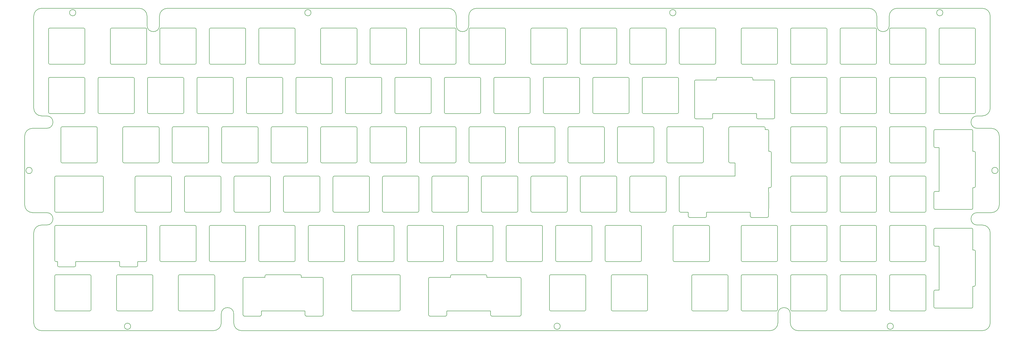
<source format=gbr>
G04 #@! TF.GenerationSoftware,KiCad,Pcbnew,(5.1.7)-1*
G04 #@! TF.CreationDate,2020-12-09T11:35:12-08:00*
G04 #@! TF.ProjectId,Plate,506c6174-652e-46b6-9963-61645f706362,rev?*
G04 #@! TF.SameCoordinates,Original*
G04 #@! TF.FileFunction,Profile,NP*
%FSLAX46Y46*%
G04 Gerber Fmt 4.6, Leading zero omitted, Abs format (unit mm)*
G04 Created by KiCad (PCBNEW (5.1.7)-1) date 2020-12-09 11:35:12*
%MOMM*%
%LPD*%
G01*
G04 APERTURE LIST*
G04 #@! TA.AperFunction,Profile*
%ADD10C,0.200000*%
G04 #@! TD*
G04 APERTURE END LIST*
D10*
X195384203Y-231488965D02*
X203322203Y-231488965D01*
X203322203Y-230988965D02*
X203322203Y-231488965D01*
X203322203Y-230988965D02*
G75*
G02*
X203822203Y-230488965I500000J0D01*
G01*
X203822203Y-230488965D02*
X216822203Y-230488965D01*
X216822203Y-230488965D02*
G75*
G02*
X217322203Y-230988965I0J-500000D01*
G01*
X217322203Y-230988965D02*
X217322203Y-231488965D01*
X217322203Y-231488965D02*
X225260203Y-231488965D01*
X225260203Y-231488965D02*
G75*
G02*
X225760203Y-231988965I0J-500000D01*
G01*
X225760203Y-231988965D02*
X225760203Y-245988965D01*
X225760203Y-245988965D02*
G75*
G02*
X225260203Y-246488965I-500000J0D01*
G01*
X219260203Y-246488965D02*
X225260203Y-246488965D01*
X219260203Y-246488965D02*
G75*
G02*
X218760203Y-245988965I0J500000D01*
G01*
X218760203Y-244488965D02*
X218760203Y-245988965D01*
X201922203Y-244488965D02*
X218760203Y-244488965D01*
X201922203Y-244488965D02*
X201922203Y-245988965D01*
X201922203Y-245988965D02*
G75*
G02*
X201422203Y-246488965I-500000J0D01*
G01*
X195384203Y-246488965D02*
X201422203Y-246488965D01*
X195384203Y-246488965D02*
G75*
G02*
X194884203Y-245988965I0J500000D01*
G01*
X194884203Y-231988965D02*
X194884203Y-245988965D01*
X194884203Y-231988965D02*
G75*
G02*
X195384203Y-231488965I500000J0D01*
G01*
X397297203Y-174925965D02*
X397297203Y-182863965D01*
X397797203Y-182863965D02*
X397297203Y-182863965D01*
X397797203Y-182863965D02*
G75*
G02*
X398297203Y-183363965I0J-500000D01*
G01*
X398297203Y-183363965D02*
X398297203Y-196363965D01*
X398297203Y-196363965D02*
G75*
G02*
X397797203Y-196863965I-500000J0D01*
G01*
X397797203Y-196863965D02*
X397210203Y-196863965D01*
X397210203Y-196863965D02*
X397210203Y-198520130D01*
X397210203Y-198520130D02*
G75*
G02*
X397297203Y-198801965I-413000J-281835D01*
G01*
X397297203Y-198801965D02*
X397297203Y-204801965D01*
X397297203Y-204801965D02*
G75*
G02*
X397210203Y-205083800I-500000J0D01*
G01*
X397210203Y-205083800D02*
X397210203Y-207888965D01*
X397210203Y-207888965D02*
G75*
G02*
X396710203Y-208388965I-500000J0D01*
G01*
X390710203Y-208388965D02*
X396710203Y-208388965D01*
X390710203Y-208388965D02*
G75*
G02*
X390210203Y-207888965I0J500000D01*
G01*
X390210203Y-206388965D02*
X390210203Y-207888965D01*
X373334203Y-206388965D02*
X390210203Y-206388965D01*
X373334203Y-206388965D02*
X373334203Y-207888965D01*
X373334203Y-207888965D02*
G75*
G02*
X372834203Y-208388965I-500000J0D01*
G01*
X366834203Y-208388965D02*
X372834203Y-208388965D01*
X366834203Y-208388965D02*
G75*
G02*
X366334203Y-207888965I0J500000D01*
G01*
X366334203Y-206388965D02*
X366334203Y-207888965D01*
X363365953Y-206388965D02*
X366334203Y-206388965D01*
X363365953Y-206388965D02*
G75*
G02*
X362865953Y-205888965I0J500000D01*
G01*
X362865953Y-192888965D02*
X362865953Y-205888965D01*
X362865953Y-192888965D02*
G75*
G02*
X363365953Y-192388965I500000J0D01*
G01*
X363365953Y-192388965D02*
X384297203Y-192388965D01*
X384297203Y-187338965D02*
X384297203Y-192388965D01*
X382415953Y-187338965D02*
X384297203Y-187338965D01*
X382415953Y-187338965D02*
G75*
G02*
X381915953Y-186838965I0J500000D01*
G01*
X381915953Y-173838965D02*
X381915953Y-186838965D01*
X381915953Y-173838965D02*
G75*
G02*
X382415953Y-173338965I500000J0D01*
G01*
X382415953Y-173338965D02*
X395415953Y-173338965D01*
X395415953Y-173338965D02*
G75*
G02*
X395915953Y-173838965I0J-500000D01*
G01*
X395915953Y-173838965D02*
X395915953Y-174425965D01*
X396797203Y-174425965D02*
X395915953Y-174425965D01*
X396797203Y-174425965D02*
G75*
G02*
X397297203Y-174925965I0J-500000D01*
G01*
X475878453Y-213025965D02*
X475878453Y-220963965D01*
X476378453Y-220963965D02*
X475878453Y-220963965D01*
X476378453Y-220963965D02*
G75*
G02*
X476878453Y-221463965I0J-500000D01*
G01*
X476878453Y-221463965D02*
X476878453Y-234463965D01*
X476878453Y-234463965D02*
G75*
G02*
X476378453Y-234963965I-500000J0D01*
G01*
X476378453Y-234963965D02*
X475878453Y-234963965D01*
X475878453Y-234963965D02*
X475878453Y-242901965D01*
X475878453Y-242901965D02*
G75*
G02*
X475378453Y-243401965I-500000J0D01*
G01*
X475378453Y-243401965D02*
X461378453Y-243401965D01*
X461378453Y-243401965D02*
G75*
G02*
X460878453Y-242901965I0J500000D01*
G01*
X460878453Y-236901965D02*
X460878453Y-242901965D01*
X460878453Y-236901965D02*
G75*
G02*
X461378453Y-236401965I500000J0D01*
G01*
X462878453Y-236401965D02*
X461378453Y-236401965D01*
X462878453Y-219525965D02*
X462878453Y-236401965D01*
X462878453Y-219525965D02*
X461378453Y-219525965D01*
X461378453Y-219525965D02*
G75*
G02*
X460878453Y-219025965I0J500000D01*
G01*
X460878453Y-213025965D02*
X460878453Y-219025965D01*
X460878453Y-213025965D02*
G75*
G02*
X461378453Y-212525965I500000J0D01*
G01*
X475378453Y-212525965D02*
X461378453Y-212525965D01*
X475378453Y-212525965D02*
G75*
G02*
X475878453Y-213025965I0J-500000D01*
G01*
X476378453Y-196863965D02*
X475878453Y-196863965D01*
X475878453Y-196863965D02*
X475878453Y-204801965D01*
X475878453Y-204801965D02*
G75*
G02*
X475378453Y-205301965I-500000J0D01*
G01*
X475378453Y-205301965D02*
X461378453Y-205301965D01*
X461378453Y-205301965D02*
G75*
G02*
X460878453Y-204801965I0J500000D01*
G01*
X460878453Y-198801965D02*
X460878453Y-204801965D01*
X460878453Y-198801965D02*
G75*
G02*
X461378453Y-198301965I500000J0D01*
G01*
X462878453Y-198301965D02*
X461378453Y-198301965D01*
X462878453Y-181425965D02*
X462878453Y-198301965D01*
X462878453Y-181425965D02*
X461378453Y-181425965D01*
X461378453Y-181425965D02*
G75*
G02*
X460878453Y-180925965I0J500000D01*
G01*
X460878453Y-174925965D02*
X460878453Y-180925965D01*
X460878453Y-174925965D02*
G75*
G02*
X461378453Y-174425965I500000J0D01*
G01*
X475378453Y-174425965D02*
X461378453Y-174425965D01*
X475378453Y-174425965D02*
G75*
G02*
X475878453Y-174925965I0J-500000D01*
G01*
X475878453Y-174925965D02*
X475878453Y-182863965D01*
X476378453Y-182863965D02*
X475878453Y-182863965D01*
X476378453Y-182863965D02*
G75*
G02*
X476878453Y-183363965I0J-500000D01*
G01*
X476878453Y-183363965D02*
X476878453Y-196363965D01*
X476878453Y-196363965D02*
G75*
G02*
X476378453Y-196863965I-500000J0D01*
G01*
X392591453Y-168288965D02*
X392591453Y-169788965D01*
X375715453Y-168288965D02*
X392591453Y-168288965D01*
X375715453Y-168288965D02*
X375715453Y-169788965D01*
X375715453Y-169788965D02*
G75*
G02*
X375215453Y-170288965I-500000J0D01*
G01*
X369215453Y-170288965D02*
X375215453Y-170288965D01*
X369215453Y-170288965D02*
G75*
G02*
X368715453Y-169788965I0J500000D01*
G01*
X368715453Y-155788965D02*
X368715453Y-169788965D01*
X368715453Y-155788965D02*
G75*
G02*
X369215453Y-155288965I500000J0D01*
G01*
X369215453Y-155288965D02*
X377153453Y-155288965D01*
X377153453Y-154788965D02*
X377153453Y-155288965D01*
X377153453Y-154788965D02*
G75*
G02*
X377653453Y-154288965I500000J0D01*
G01*
X377653453Y-154288965D02*
X390653453Y-154288965D01*
X390653453Y-154288965D02*
G75*
G02*
X391153453Y-154788965I0J-500000D01*
G01*
X391153453Y-154788965D02*
X391153453Y-155288965D01*
X391153453Y-155288965D02*
X399091453Y-155288965D01*
X399091453Y-155288965D02*
G75*
G02*
X399591453Y-155788965I0J-500000D01*
G01*
X399591453Y-155788965D02*
X399591453Y-169788965D01*
X399591453Y-169788965D02*
G75*
G02*
X399091453Y-170288965I-500000J0D01*
G01*
X393091453Y-170288965D02*
X399091453Y-170288965D01*
X393091453Y-170288965D02*
G75*
G02*
X392591453Y-169788965I0J500000D01*
G01*
X288759703Y-230988965D02*
X288759703Y-231488965D01*
X288759703Y-231488965D02*
X301422203Y-231488965D01*
X301422203Y-231488965D02*
G75*
G02*
X301922203Y-231988965I0J-500000D01*
G01*
X301922203Y-231988965D02*
X301922203Y-245988965D01*
X301922203Y-245988965D02*
G75*
G02*
X301422203Y-246488965I-500000J0D01*
G01*
X290697703Y-246488965D02*
X301422203Y-246488965D01*
X290697703Y-246488965D02*
G75*
G02*
X290197703Y-245988965I0J500000D01*
G01*
X290197703Y-244488965D02*
X290197703Y-245988965D01*
X273321703Y-244488965D02*
X290197703Y-244488965D01*
X273321703Y-244488965D02*
X273321703Y-245988965D01*
X273321703Y-245988965D02*
G75*
G02*
X272821703Y-246488965I-500000J0D01*
G01*
X266821703Y-246488965D02*
X272821703Y-246488965D01*
X266821703Y-246488965D02*
G75*
G02*
X266321703Y-245988965I0J500000D01*
G01*
X266321703Y-231988965D02*
X266321703Y-245988965D01*
X266321703Y-231988965D02*
G75*
G02*
X266821703Y-231488965I500000J0D01*
G01*
X266821703Y-231488965D02*
X274759703Y-231488965D01*
X274759703Y-230988965D02*
X274759703Y-231488965D01*
X274759703Y-230988965D02*
G75*
G02*
X275259703Y-230488965I500000J0D01*
G01*
X275259703Y-230488965D02*
X288259703Y-230488965D01*
X288259703Y-230488965D02*
G75*
G02*
X288759703Y-230988965I0J-500000D01*
G01*
X485578453Y-190244965D02*
G75*
G03*
X485578453Y-190244965I-1200000J0D01*
G01*
X464340953Y-129326465D02*
G75*
G03*
X464340953Y-129326465I-1200000J0D01*
G01*
X361540953Y-129326465D02*
G75*
G03*
X361540953Y-129326465I-1200000J0D01*
G01*
X221047203Y-129326465D02*
G75*
G03*
X221047203Y-129326465I-1200000J0D01*
G01*
X130478453Y-129326465D02*
G75*
G03*
X130478453Y-129326465I-1200000J0D01*
G01*
X113678453Y-190244965D02*
G75*
G03*
X113678453Y-190244965I-1200000J0D01*
G01*
X151584703Y-250401465D02*
G75*
G03*
X151584703Y-250401465I-1200000J0D01*
G01*
X317003453Y-250401465D02*
G75*
G03*
X317003453Y-250401465I-1200000J0D01*
G01*
X154915953Y-127626465D02*
X117278453Y-127626465D01*
X114278453Y-130626465D02*
G75*
G02*
X117278453Y-127626465I3000000J0D01*
G01*
X114278453Y-130626465D02*
X114278453Y-166175965D01*
X117278453Y-169175965D02*
G75*
G02*
X114278453Y-166175965I0J3000000D01*
G01*
X119278453Y-169175965D02*
X117278453Y-169175965D01*
X119278453Y-169175965D02*
G75*
G02*
X119278453Y-173975965I0J-2400000D01*
G01*
X119278453Y-173975965D02*
X113778453Y-173975965D01*
X110778453Y-176975965D02*
G75*
G02*
X113778453Y-173975965I3000000J0D01*
G01*
X110778453Y-203513965D02*
X110778453Y-176975965D01*
X113778453Y-206513965D02*
G75*
G02*
X110778453Y-203513965I0J3000000D01*
G01*
X119278453Y-206513965D02*
X113778453Y-206513965D01*
X119278453Y-206513965D02*
G75*
G02*
X119278453Y-211313965I0J-2400000D01*
G01*
X119278453Y-211313965D02*
X117278453Y-211313965D01*
X114278453Y-214313965D02*
G75*
G02*
X117278453Y-211313965I3000000J0D01*
G01*
X114278453Y-214313965D02*
X114278453Y-249101465D01*
X117278453Y-252101465D02*
G75*
G02*
X114278453Y-249101465I0J3000000D01*
G01*
X117278453Y-252101465D02*
X183490953Y-252101465D01*
X186490953Y-249101465D02*
G75*
G02*
X183490953Y-252101465I-3000000J0D01*
G01*
X186490953Y-245588965D02*
X186490953Y-249101465D01*
X186490953Y-245588965D02*
G75*
G02*
X191290953Y-245588965I2400000J0D01*
G01*
X191290953Y-245588965D02*
X191290953Y-249101465D01*
X194290953Y-252101465D02*
G75*
G02*
X191290953Y-249101465I0J3000000D01*
G01*
X194290953Y-252101465D02*
X397803453Y-252101465D01*
X400803453Y-249101465D02*
G75*
G02*
X397803453Y-252101465I-3000000J0D01*
G01*
X400803453Y-245588965D02*
X400803453Y-249101465D01*
X400803453Y-245588965D02*
G75*
G02*
X405603453Y-245588965I2400000J0D01*
G01*
X405603453Y-245588965D02*
X405603453Y-249101465D01*
X408603453Y-252101465D02*
G75*
G02*
X405603453Y-249101465I0J3000000D01*
G01*
X408603453Y-252101465D02*
X479578453Y-252101465D01*
X482578453Y-249101465D02*
G75*
G02*
X479578453Y-252101465I-3000000J0D01*
G01*
X482578453Y-249101465D02*
X482578453Y-214313965D01*
X479578453Y-211313965D02*
G75*
G02*
X482578453Y-214313965I0J-3000000D01*
G01*
X477578453Y-211313965D02*
X479578453Y-211313965D01*
X477578453Y-211313965D02*
G75*
G02*
X477578453Y-206513965I0J2400000D01*
G01*
X477578453Y-206513965D02*
X483078453Y-206513965D01*
X486078453Y-203513965D02*
G75*
G02*
X483078453Y-206513965I-3000000J0D01*
G01*
X486078453Y-176975965D02*
X486078453Y-203513965D01*
X483078453Y-173975965D02*
G75*
G02*
X486078453Y-176975965I0J-3000000D01*
G01*
X477578453Y-173975965D02*
X483078453Y-173975965D01*
X477578453Y-173975965D02*
G75*
G02*
X477578453Y-169175965I0J2400000D01*
G01*
X477578453Y-169175965D02*
X479578453Y-169175965D01*
X482578453Y-166175965D02*
G75*
G02*
X479578453Y-169175965I-3000000J0D01*
G01*
X482578453Y-166175965D02*
X482578453Y-130626465D01*
X479578453Y-127626465D02*
G75*
G02*
X482578453Y-130626465I0J-3000000D01*
G01*
X479578453Y-127626465D02*
X446703453Y-127626465D01*
X443703453Y-130626465D02*
G75*
G02*
X446703453Y-127626465I3000000J0D01*
G01*
X443703453Y-134238965D02*
X443703453Y-130626465D01*
X443703453Y-134238965D02*
G75*
G02*
X438903453Y-134238965I-2400000J0D01*
G01*
X438903453Y-134238965D02*
X438903453Y-130626465D01*
X435903453Y-127626465D02*
G75*
G02*
X438903453Y-130626465I0J-3000000D01*
G01*
X435903453Y-127626465D02*
X284778453Y-127626465D01*
X281778453Y-130626465D02*
G75*
G02*
X284778453Y-127626465I3000000J0D01*
G01*
X281778453Y-134238965D02*
X281778453Y-130626465D01*
X281778453Y-134238965D02*
G75*
G02*
X276978453Y-134238965I-2400000J0D01*
G01*
X276978453Y-134238965D02*
X276978453Y-130626465D01*
X273978453Y-127626465D02*
G75*
G02*
X276978453Y-130626465I0J-3000000D01*
G01*
X273978453Y-127626465D02*
X165715953Y-127626465D01*
X162715953Y-130626465D02*
G75*
G02*
X165715953Y-127626465I3000000J0D01*
G01*
X162715953Y-134238965D02*
X162715953Y-130626465D01*
X162715953Y-134238965D02*
G75*
G02*
X157915953Y-134238965I-2400000J0D01*
G01*
X157915953Y-134238965D02*
X157915953Y-130626465D01*
X154915953Y-127626465D02*
G75*
G02*
X157915953Y-130626465I0J-3000000D01*
G01*
X133978453Y-148738965D02*
G75*
G02*
X133478453Y-149238965I-500000J0D01*
G01*
X120478453Y-149238965D02*
X133478453Y-149238965D01*
X120478453Y-149238965D02*
G75*
G02*
X119978453Y-148738965I0J500000D01*
G01*
X119978453Y-135738965D02*
X119978453Y-148738965D01*
X119978453Y-135738965D02*
G75*
G02*
X120478453Y-135238965I500000J0D01*
G01*
X120478453Y-135238965D02*
X133478453Y-135238965D01*
X133478453Y-135238965D02*
G75*
G02*
X133978453Y-135738965I0J-500000D01*
G01*
X133978453Y-135738965D02*
X133978453Y-148738965D01*
X157790953Y-148738965D02*
G75*
G02*
X157290953Y-149238965I-500000J0D01*
G01*
X144290953Y-149238965D02*
X157290953Y-149238965D01*
X144290953Y-149238965D02*
G75*
G02*
X143790953Y-148738965I0J500000D01*
G01*
X143790953Y-135738965D02*
X143790953Y-148738965D01*
X143790953Y-135738965D02*
G75*
G02*
X144290953Y-135238965I500000J0D01*
G01*
X144290953Y-135238965D02*
X157290953Y-135238965D01*
X157290953Y-135238965D02*
G75*
G02*
X157790953Y-135738965I0J-500000D01*
G01*
X157790953Y-135738965D02*
X157790953Y-148738965D01*
X176840953Y-148738965D02*
G75*
G02*
X176340953Y-149238965I-500000J0D01*
G01*
X163340953Y-149238965D02*
X176340953Y-149238965D01*
X163340953Y-149238965D02*
G75*
G02*
X162840953Y-148738965I0J500000D01*
G01*
X162840953Y-135738965D02*
X162840953Y-148738965D01*
X162840953Y-135738965D02*
G75*
G02*
X163340953Y-135238965I500000J0D01*
G01*
X163340953Y-135238965D02*
X176340953Y-135238965D01*
X176340953Y-135238965D02*
G75*
G02*
X176840953Y-135738965I0J-500000D01*
G01*
X176840953Y-135738965D02*
X176840953Y-148738965D01*
X195890953Y-148738965D02*
G75*
G02*
X195390953Y-149238965I-500000J0D01*
G01*
X182390953Y-149238965D02*
X195390953Y-149238965D01*
X182390953Y-149238965D02*
G75*
G02*
X181890953Y-148738965I0J500000D01*
G01*
X181890953Y-135738965D02*
X181890953Y-148738965D01*
X181890953Y-135738965D02*
G75*
G02*
X182390953Y-135238965I500000J0D01*
G01*
X182390953Y-135238965D02*
X195390953Y-135238965D01*
X195390953Y-135238965D02*
G75*
G02*
X195890953Y-135738965I0J-500000D01*
G01*
X195890953Y-135738965D02*
X195890953Y-148738965D01*
X214940953Y-148738965D02*
G75*
G02*
X214440953Y-149238965I-500000J0D01*
G01*
X201440953Y-149238965D02*
X214440953Y-149238965D01*
X201440953Y-149238965D02*
G75*
G02*
X200940953Y-148738965I0J500000D01*
G01*
X200940953Y-135738965D02*
X200940953Y-148738965D01*
X200940953Y-135738965D02*
G75*
G02*
X201440953Y-135238965I500000J0D01*
G01*
X201440953Y-135238965D02*
X214440953Y-135238965D01*
X214440953Y-135238965D02*
G75*
G02*
X214940953Y-135738965I0J-500000D01*
G01*
X214940953Y-135738965D02*
X214940953Y-148738965D01*
X238753453Y-148738965D02*
G75*
G02*
X238253453Y-149238965I-500000J0D01*
G01*
X225253453Y-149238965D02*
X238253453Y-149238965D01*
X225253453Y-149238965D02*
G75*
G02*
X224753453Y-148738965I0J500000D01*
G01*
X224753453Y-135738965D02*
X224753453Y-148738965D01*
X224753453Y-135738965D02*
G75*
G02*
X225253453Y-135238965I500000J0D01*
G01*
X225253453Y-135238965D02*
X238253453Y-135238965D01*
X238253453Y-135238965D02*
G75*
G02*
X238753453Y-135738965I0J-500000D01*
G01*
X238753453Y-135738965D02*
X238753453Y-148738965D01*
X257803453Y-148738965D02*
G75*
G02*
X257303453Y-149238965I-500000J0D01*
G01*
X244303453Y-149238965D02*
X257303453Y-149238965D01*
X244303453Y-149238965D02*
G75*
G02*
X243803453Y-148738965I0J500000D01*
G01*
X243803453Y-135738965D02*
X243803453Y-148738965D01*
X243803453Y-135738965D02*
G75*
G02*
X244303453Y-135238965I500000J0D01*
G01*
X244303453Y-135238965D02*
X257303453Y-135238965D01*
X257303453Y-135238965D02*
G75*
G02*
X257803453Y-135738965I0J-500000D01*
G01*
X257803453Y-135738965D02*
X257803453Y-148738965D01*
X276853453Y-148738965D02*
G75*
G02*
X276353453Y-149238965I-500000J0D01*
G01*
X263353453Y-149238965D02*
X276353453Y-149238965D01*
X263353453Y-149238965D02*
G75*
G02*
X262853453Y-148738965I0J500000D01*
G01*
X262853453Y-135738965D02*
X262853453Y-148738965D01*
X262853453Y-135738965D02*
G75*
G02*
X263353453Y-135238965I500000J0D01*
G01*
X263353453Y-135238965D02*
X276353453Y-135238965D01*
X276353453Y-135238965D02*
G75*
G02*
X276853453Y-135738965I0J-500000D01*
G01*
X276853453Y-135738965D02*
X276853453Y-148738965D01*
X295903453Y-148738965D02*
G75*
G02*
X295403453Y-149238965I-500000J0D01*
G01*
X282403453Y-149238965D02*
X295403453Y-149238965D01*
X282403453Y-149238965D02*
G75*
G02*
X281903453Y-148738965I0J500000D01*
G01*
X281903453Y-135738965D02*
X281903453Y-148738965D01*
X281903453Y-135738965D02*
G75*
G02*
X282403453Y-135238965I500000J0D01*
G01*
X282403453Y-135238965D02*
X295403453Y-135238965D01*
X295403453Y-135238965D02*
G75*
G02*
X295903453Y-135738965I0J-500000D01*
G01*
X295903453Y-135738965D02*
X295903453Y-148738965D01*
X319715953Y-148738965D02*
G75*
G02*
X319215953Y-149238965I-500000J0D01*
G01*
X306215953Y-149238965D02*
X319215953Y-149238965D01*
X306215953Y-149238965D02*
G75*
G02*
X305715953Y-148738965I0J500000D01*
G01*
X305715953Y-135738965D02*
X305715953Y-148738965D01*
X305715953Y-135738965D02*
G75*
G02*
X306215953Y-135238965I500000J0D01*
G01*
X306215953Y-135238965D02*
X319215953Y-135238965D01*
X319215953Y-135238965D02*
G75*
G02*
X319715953Y-135738965I0J-500000D01*
G01*
X319715953Y-135738965D02*
X319715953Y-148738965D01*
X338765953Y-148738965D02*
G75*
G02*
X338265953Y-149238965I-500000J0D01*
G01*
X325265953Y-149238965D02*
X338265953Y-149238965D01*
X325265953Y-149238965D02*
G75*
G02*
X324765953Y-148738965I0J500000D01*
G01*
X324765953Y-135738965D02*
X324765953Y-148738965D01*
X324765953Y-135738965D02*
G75*
G02*
X325265953Y-135238965I500000J0D01*
G01*
X325265953Y-135238965D02*
X338265953Y-135238965D01*
X338265953Y-135238965D02*
G75*
G02*
X338765953Y-135738965I0J-500000D01*
G01*
X338765953Y-135738965D02*
X338765953Y-148738965D01*
X357815953Y-148738965D02*
G75*
G02*
X357315953Y-149238965I-500000J0D01*
G01*
X344315953Y-149238965D02*
X357315953Y-149238965D01*
X344315953Y-149238965D02*
G75*
G02*
X343815953Y-148738965I0J500000D01*
G01*
X343815953Y-135738965D02*
X343815953Y-148738965D01*
X343815953Y-135738965D02*
G75*
G02*
X344315953Y-135238965I500000J0D01*
G01*
X344315953Y-135238965D02*
X357315953Y-135238965D01*
X357315953Y-135238965D02*
G75*
G02*
X357815953Y-135738965I0J-500000D01*
G01*
X357815953Y-135738965D02*
X357815953Y-148738965D01*
X376865953Y-148738965D02*
G75*
G02*
X376365953Y-149238965I-500000J0D01*
G01*
X363365953Y-149238965D02*
X376365953Y-149238965D01*
X363365953Y-149238965D02*
G75*
G02*
X362865953Y-148738965I0J500000D01*
G01*
X362865953Y-135738965D02*
X362865953Y-148738965D01*
X362865953Y-135738965D02*
G75*
G02*
X363365953Y-135238965I500000J0D01*
G01*
X363365953Y-135238965D02*
X376365953Y-135238965D01*
X376365953Y-135238965D02*
G75*
G02*
X376865953Y-135738965I0J-500000D01*
G01*
X376865953Y-135738965D02*
X376865953Y-148738965D01*
X400678453Y-148738965D02*
G75*
G02*
X400178453Y-149238965I-500000J0D01*
G01*
X387178453Y-149238965D02*
X400178453Y-149238965D01*
X387178453Y-149238965D02*
G75*
G02*
X386678453Y-148738965I0J500000D01*
G01*
X386678453Y-135738965D02*
X386678453Y-148738965D01*
X386678453Y-135738965D02*
G75*
G02*
X387178453Y-135238965I500000J0D01*
G01*
X387178453Y-135238965D02*
X400178453Y-135238965D01*
X400178453Y-135238965D02*
G75*
G02*
X400678453Y-135738965I0J-500000D01*
G01*
X400678453Y-135738965D02*
X400678453Y-148738965D01*
X419728453Y-148738965D02*
G75*
G02*
X419228453Y-149238965I-500000J0D01*
G01*
X406228453Y-149238965D02*
X419228453Y-149238965D01*
X406228453Y-149238965D02*
G75*
G02*
X405728453Y-148738965I0J500000D01*
G01*
X405728453Y-135738965D02*
X405728453Y-148738965D01*
X405728453Y-135738965D02*
G75*
G02*
X406228453Y-135238965I500000J0D01*
G01*
X406228453Y-135238965D02*
X419228453Y-135238965D01*
X419228453Y-135238965D02*
G75*
G02*
X419728453Y-135738965I0J-500000D01*
G01*
X419728453Y-135738965D02*
X419728453Y-148738965D01*
X438778453Y-148738965D02*
G75*
G02*
X438278453Y-149238965I-500000J0D01*
G01*
X425278453Y-149238965D02*
X438278453Y-149238965D01*
X425278453Y-149238965D02*
G75*
G02*
X424778453Y-148738965I0J500000D01*
G01*
X424778453Y-135738965D02*
X424778453Y-148738965D01*
X424778453Y-135738965D02*
G75*
G02*
X425278453Y-135238965I500000J0D01*
G01*
X425278453Y-135238965D02*
X438278453Y-135238965D01*
X438278453Y-135238965D02*
G75*
G02*
X438778453Y-135738965I0J-500000D01*
G01*
X438778453Y-135738965D02*
X438778453Y-148738965D01*
X457828453Y-148738965D02*
G75*
G02*
X457328453Y-149238965I-500000J0D01*
G01*
X444328453Y-149238965D02*
X457328453Y-149238965D01*
X444328453Y-149238965D02*
G75*
G02*
X443828453Y-148738965I0J500000D01*
G01*
X443828453Y-135738965D02*
X443828453Y-148738965D01*
X443828453Y-135738965D02*
G75*
G02*
X444328453Y-135238965I500000J0D01*
G01*
X444328453Y-135238965D02*
X457328453Y-135238965D01*
X457328453Y-135238965D02*
G75*
G02*
X457828453Y-135738965I0J-500000D01*
G01*
X457828453Y-135738965D02*
X457828453Y-148738965D01*
X476878453Y-148738965D02*
G75*
G02*
X476378453Y-149238965I-500000J0D01*
G01*
X463378453Y-149238965D02*
X476378453Y-149238965D01*
X463378453Y-149238965D02*
G75*
G02*
X462878453Y-148738965I0J500000D01*
G01*
X462878453Y-135738965D02*
X462878453Y-148738965D01*
X462878453Y-135738965D02*
G75*
G02*
X463378453Y-135238965I500000J0D01*
G01*
X463378453Y-135238965D02*
X476378453Y-135238965D01*
X476378453Y-135238965D02*
G75*
G02*
X476878453Y-135738965I0J-500000D01*
G01*
X476878453Y-135738965D02*
X476878453Y-148738965D01*
X133978453Y-167788965D02*
G75*
G02*
X133478453Y-168288965I-500000J0D01*
G01*
X120478453Y-168288965D02*
X133478453Y-168288965D01*
X120478453Y-168288965D02*
G75*
G02*
X119978453Y-167788965I0J500000D01*
G01*
X119978453Y-154788965D02*
X119978453Y-167788965D01*
X119978453Y-154788965D02*
G75*
G02*
X120478453Y-154288965I500000J0D01*
G01*
X120478453Y-154288965D02*
X133478453Y-154288965D01*
X133478453Y-154288965D02*
G75*
G02*
X133978453Y-154788965I0J-500000D01*
G01*
X133978453Y-154788965D02*
X133978453Y-167788965D01*
X153028453Y-167788965D02*
G75*
G02*
X152528453Y-168288965I-500000J0D01*
G01*
X139528453Y-168288965D02*
X152528453Y-168288965D01*
X139528453Y-168288965D02*
G75*
G02*
X139028453Y-167788965I0J500000D01*
G01*
X139028453Y-154788965D02*
X139028453Y-167788965D01*
X139028453Y-154788965D02*
G75*
G02*
X139528453Y-154288965I500000J0D01*
G01*
X139528453Y-154288965D02*
X152528453Y-154288965D01*
X152528453Y-154288965D02*
G75*
G02*
X153028453Y-154788965I0J-500000D01*
G01*
X153028453Y-154788965D02*
X153028453Y-167788965D01*
X172078453Y-167788965D02*
G75*
G02*
X171578453Y-168288965I-500000J0D01*
G01*
X158578453Y-168288965D02*
X171578453Y-168288965D01*
X158578453Y-168288965D02*
G75*
G02*
X158078453Y-167788965I0J500000D01*
G01*
X158078453Y-154788965D02*
X158078453Y-167788965D01*
X158078453Y-154788965D02*
G75*
G02*
X158578453Y-154288965I500000J0D01*
G01*
X158578453Y-154288965D02*
X171578453Y-154288965D01*
X171578453Y-154288965D02*
G75*
G02*
X172078453Y-154788965I0J-500000D01*
G01*
X172078453Y-154788965D02*
X172078453Y-167788965D01*
X191128453Y-167788965D02*
G75*
G02*
X190628453Y-168288965I-500000J0D01*
G01*
X177628453Y-168288965D02*
X190628453Y-168288965D01*
X177628453Y-168288965D02*
G75*
G02*
X177128453Y-167788965I0J500000D01*
G01*
X177128453Y-154788965D02*
X177128453Y-167788965D01*
X177128453Y-154788965D02*
G75*
G02*
X177628453Y-154288965I500000J0D01*
G01*
X177628453Y-154288965D02*
X190628453Y-154288965D01*
X190628453Y-154288965D02*
G75*
G02*
X191128453Y-154788965I0J-500000D01*
G01*
X191128453Y-154788965D02*
X191128453Y-167788965D01*
X210178453Y-167788965D02*
G75*
G02*
X209678453Y-168288965I-500000J0D01*
G01*
X196678453Y-168288965D02*
X209678453Y-168288965D01*
X196678453Y-168288965D02*
G75*
G02*
X196178453Y-167788965I0J500000D01*
G01*
X196178453Y-154788965D02*
X196178453Y-167788965D01*
X196178453Y-154788965D02*
G75*
G02*
X196678453Y-154288965I500000J0D01*
G01*
X196678453Y-154288965D02*
X209678453Y-154288965D01*
X209678453Y-154288965D02*
G75*
G02*
X210178453Y-154788965I0J-500000D01*
G01*
X210178453Y-154788965D02*
X210178453Y-167788965D01*
X229228453Y-167788965D02*
G75*
G02*
X228728453Y-168288965I-500000J0D01*
G01*
X215728453Y-168288965D02*
X228728453Y-168288965D01*
X215728453Y-168288965D02*
G75*
G02*
X215228453Y-167788965I0J500000D01*
G01*
X215228453Y-154788965D02*
X215228453Y-167788965D01*
X215228453Y-154788965D02*
G75*
G02*
X215728453Y-154288965I500000J0D01*
G01*
X215728453Y-154288965D02*
X228728453Y-154288965D01*
X228728453Y-154288965D02*
G75*
G02*
X229228453Y-154788965I0J-500000D01*
G01*
X229228453Y-154788965D02*
X229228453Y-167788965D01*
X248278453Y-167788965D02*
G75*
G02*
X247778453Y-168288965I-500000J0D01*
G01*
X234778453Y-168288965D02*
X247778453Y-168288965D01*
X234778453Y-168288965D02*
G75*
G02*
X234278453Y-167788965I0J500000D01*
G01*
X234278453Y-154788965D02*
X234278453Y-167788965D01*
X234278453Y-154788965D02*
G75*
G02*
X234778453Y-154288965I500000J0D01*
G01*
X234778453Y-154288965D02*
X247778453Y-154288965D01*
X247778453Y-154288965D02*
G75*
G02*
X248278453Y-154788965I0J-500000D01*
G01*
X248278453Y-154788965D02*
X248278453Y-167788965D01*
X267328453Y-167788965D02*
G75*
G02*
X266828453Y-168288965I-500000J0D01*
G01*
X253828453Y-168288965D02*
X266828453Y-168288965D01*
X253828453Y-168288965D02*
G75*
G02*
X253328453Y-167788965I0J500000D01*
G01*
X253328453Y-154788965D02*
X253328453Y-167788965D01*
X253328453Y-154788965D02*
G75*
G02*
X253828453Y-154288965I500000J0D01*
G01*
X253828453Y-154288965D02*
X266828453Y-154288965D01*
X266828453Y-154288965D02*
G75*
G02*
X267328453Y-154788965I0J-500000D01*
G01*
X267328453Y-154788965D02*
X267328453Y-167788965D01*
X286378453Y-167788965D02*
G75*
G02*
X285878453Y-168288965I-500000J0D01*
G01*
X272878453Y-168288965D02*
X285878453Y-168288965D01*
X272878453Y-168288965D02*
G75*
G02*
X272378453Y-167788965I0J500000D01*
G01*
X272378453Y-154788965D02*
X272378453Y-167788965D01*
X272378453Y-154788965D02*
G75*
G02*
X272878453Y-154288965I500000J0D01*
G01*
X272878453Y-154288965D02*
X285878453Y-154288965D01*
X285878453Y-154288965D02*
G75*
G02*
X286378453Y-154788965I0J-500000D01*
G01*
X286378453Y-154788965D02*
X286378453Y-167788965D01*
X305428453Y-167788965D02*
G75*
G02*
X304928453Y-168288965I-500000J0D01*
G01*
X291928453Y-168288965D02*
X304928453Y-168288965D01*
X291928453Y-168288965D02*
G75*
G02*
X291428453Y-167788965I0J500000D01*
G01*
X291428453Y-154788965D02*
X291428453Y-167788965D01*
X291428453Y-154788965D02*
G75*
G02*
X291928453Y-154288965I500000J0D01*
G01*
X291928453Y-154288965D02*
X304928453Y-154288965D01*
X304928453Y-154288965D02*
G75*
G02*
X305428453Y-154788965I0J-500000D01*
G01*
X305428453Y-154788965D02*
X305428453Y-167788965D01*
X324478453Y-167788965D02*
G75*
G02*
X323978453Y-168288965I-500000J0D01*
G01*
X310978453Y-168288965D02*
X323978453Y-168288965D01*
X310978453Y-168288965D02*
G75*
G02*
X310478453Y-167788965I0J500000D01*
G01*
X310478453Y-154788965D02*
X310478453Y-167788965D01*
X310478453Y-154788965D02*
G75*
G02*
X310978453Y-154288965I500000J0D01*
G01*
X310978453Y-154288965D02*
X323978453Y-154288965D01*
X323978453Y-154288965D02*
G75*
G02*
X324478453Y-154788965I0J-500000D01*
G01*
X324478453Y-154788965D02*
X324478453Y-167788965D01*
X343528453Y-167788965D02*
G75*
G02*
X343028453Y-168288965I-500000J0D01*
G01*
X330028453Y-168288965D02*
X343028453Y-168288965D01*
X330028453Y-168288965D02*
G75*
G02*
X329528453Y-167788965I0J500000D01*
G01*
X329528453Y-154788965D02*
X329528453Y-167788965D01*
X329528453Y-154788965D02*
G75*
G02*
X330028453Y-154288965I500000J0D01*
G01*
X330028453Y-154288965D02*
X343028453Y-154288965D01*
X343028453Y-154288965D02*
G75*
G02*
X343528453Y-154788965I0J-500000D01*
G01*
X343528453Y-154788965D02*
X343528453Y-167788965D01*
X362578453Y-167788965D02*
G75*
G02*
X362078453Y-168288965I-500000J0D01*
G01*
X349078453Y-168288965D02*
X362078453Y-168288965D01*
X349078453Y-168288965D02*
G75*
G02*
X348578453Y-167788965I0J500000D01*
G01*
X348578453Y-154788965D02*
X348578453Y-167788965D01*
X348578453Y-154788965D02*
G75*
G02*
X349078453Y-154288965I500000J0D01*
G01*
X349078453Y-154288965D02*
X362078453Y-154288965D01*
X362078453Y-154288965D02*
G75*
G02*
X362578453Y-154788965I0J-500000D01*
G01*
X362578453Y-154788965D02*
X362578453Y-167788965D01*
X419728453Y-167788965D02*
G75*
G02*
X419228453Y-168288965I-500000J0D01*
G01*
X406228453Y-168288965D02*
X419228453Y-168288965D01*
X406228453Y-168288965D02*
G75*
G02*
X405728453Y-167788965I0J500000D01*
G01*
X405728453Y-154788965D02*
X405728453Y-167788965D01*
X405728453Y-154788965D02*
G75*
G02*
X406228453Y-154288965I500000J0D01*
G01*
X406228453Y-154288965D02*
X419228453Y-154288965D01*
X419228453Y-154288965D02*
G75*
G02*
X419728453Y-154788965I0J-500000D01*
G01*
X419728453Y-154788965D02*
X419728453Y-167788965D01*
X438778453Y-167788965D02*
G75*
G02*
X438278453Y-168288965I-500000J0D01*
G01*
X425278453Y-168288965D02*
X438278453Y-168288965D01*
X425278453Y-168288965D02*
G75*
G02*
X424778453Y-167788965I0J500000D01*
G01*
X424778453Y-154788965D02*
X424778453Y-167788965D01*
X424778453Y-154788965D02*
G75*
G02*
X425278453Y-154288965I500000J0D01*
G01*
X425278453Y-154288965D02*
X438278453Y-154288965D01*
X438278453Y-154288965D02*
G75*
G02*
X438778453Y-154788965I0J-500000D01*
G01*
X438778453Y-154788965D02*
X438778453Y-167788965D01*
X457828453Y-167788965D02*
G75*
G02*
X457328453Y-168288965I-500000J0D01*
G01*
X444328453Y-168288965D02*
X457328453Y-168288965D01*
X444328453Y-168288965D02*
G75*
G02*
X443828453Y-167788965I0J500000D01*
G01*
X443828453Y-154788965D02*
X443828453Y-167788965D01*
X443828453Y-154788965D02*
G75*
G02*
X444328453Y-154288965I500000J0D01*
G01*
X444328453Y-154288965D02*
X457328453Y-154288965D01*
X457328453Y-154288965D02*
G75*
G02*
X457828453Y-154788965I0J-500000D01*
G01*
X457828453Y-154788965D02*
X457828453Y-167788965D01*
X476878453Y-167788965D02*
G75*
G02*
X476378453Y-168288965I-500000J0D01*
G01*
X463378453Y-168288965D02*
X476378453Y-168288965D01*
X463378453Y-168288965D02*
G75*
G02*
X462878453Y-167788965I0J500000D01*
G01*
X462878453Y-154788965D02*
X462878453Y-167788965D01*
X462878453Y-154788965D02*
G75*
G02*
X463378453Y-154288965I500000J0D01*
G01*
X463378453Y-154288965D02*
X476378453Y-154288965D01*
X476378453Y-154288965D02*
G75*
G02*
X476878453Y-154788965I0J-500000D01*
G01*
X476878453Y-154788965D02*
X476878453Y-167788965D01*
X138740953Y-186838965D02*
G75*
G02*
X138240953Y-187338965I-500000J0D01*
G01*
X125240953Y-187338965D02*
X138240953Y-187338965D01*
X125240953Y-187338965D02*
G75*
G02*
X124740953Y-186838965I0J500000D01*
G01*
X124740953Y-173838965D02*
X124740953Y-186838965D01*
X124740953Y-173838965D02*
G75*
G02*
X125240953Y-173338965I500000J0D01*
G01*
X125240953Y-173338965D02*
X138240953Y-173338965D01*
X138240953Y-173338965D02*
G75*
G02*
X138740953Y-173838965I0J-500000D01*
G01*
X138740953Y-173838965D02*
X138740953Y-186838965D01*
X162553453Y-186838965D02*
G75*
G02*
X162053453Y-187338965I-500000J0D01*
G01*
X149053453Y-187338965D02*
X162053453Y-187338965D01*
X149053453Y-187338965D02*
G75*
G02*
X148553453Y-186838965I0J500000D01*
G01*
X148553453Y-173838965D02*
X148553453Y-186838965D01*
X148553453Y-173838965D02*
G75*
G02*
X149053453Y-173338965I500000J0D01*
G01*
X149053453Y-173338965D02*
X162053453Y-173338965D01*
X162053453Y-173338965D02*
G75*
G02*
X162553453Y-173838965I0J-500000D01*
G01*
X162553453Y-173838965D02*
X162553453Y-186838965D01*
X181603453Y-186838965D02*
G75*
G02*
X181103453Y-187338965I-500000J0D01*
G01*
X168103453Y-187338965D02*
X181103453Y-187338965D01*
X168103453Y-187338965D02*
G75*
G02*
X167603453Y-186838965I0J500000D01*
G01*
X167603453Y-173838965D02*
X167603453Y-186838965D01*
X167603453Y-173838965D02*
G75*
G02*
X168103453Y-173338965I500000J0D01*
G01*
X168103453Y-173338965D02*
X181103453Y-173338965D01*
X181103453Y-173338965D02*
G75*
G02*
X181603453Y-173838965I0J-500000D01*
G01*
X181603453Y-173838965D02*
X181603453Y-186838965D01*
X200653453Y-186838965D02*
G75*
G02*
X200153453Y-187338965I-500000J0D01*
G01*
X187153453Y-187338965D02*
X200153453Y-187338965D01*
X187153453Y-187338965D02*
G75*
G02*
X186653453Y-186838965I0J500000D01*
G01*
X186653453Y-173838965D02*
X186653453Y-186838965D01*
X186653453Y-173838965D02*
G75*
G02*
X187153453Y-173338965I500000J0D01*
G01*
X187153453Y-173338965D02*
X200153453Y-173338965D01*
X200153453Y-173338965D02*
G75*
G02*
X200653453Y-173838965I0J-500000D01*
G01*
X200653453Y-173838965D02*
X200653453Y-186838965D01*
X219703453Y-186838965D02*
G75*
G02*
X219203453Y-187338965I-500000J0D01*
G01*
X206203453Y-187338965D02*
X219203453Y-187338965D01*
X206203453Y-187338965D02*
G75*
G02*
X205703453Y-186838965I0J500000D01*
G01*
X205703453Y-173838965D02*
X205703453Y-186838965D01*
X205703453Y-173838965D02*
G75*
G02*
X206203453Y-173338965I500000J0D01*
G01*
X206203453Y-173338965D02*
X219203453Y-173338965D01*
X219203453Y-173338965D02*
G75*
G02*
X219703453Y-173838965I0J-500000D01*
G01*
X219703453Y-173838965D02*
X219703453Y-186838965D01*
X238753453Y-186838965D02*
G75*
G02*
X238253453Y-187338965I-500000J0D01*
G01*
X225253453Y-187338965D02*
X238253453Y-187338965D01*
X225253453Y-187338965D02*
G75*
G02*
X224753453Y-186838965I0J500000D01*
G01*
X224753453Y-173838965D02*
X224753453Y-186838965D01*
X224753453Y-173838965D02*
G75*
G02*
X225253453Y-173338965I500000J0D01*
G01*
X225253453Y-173338965D02*
X238253453Y-173338965D01*
X238253453Y-173338965D02*
G75*
G02*
X238753453Y-173838965I0J-500000D01*
G01*
X238753453Y-173838965D02*
X238753453Y-186838965D01*
X257803453Y-186838965D02*
G75*
G02*
X257303453Y-187338965I-500000J0D01*
G01*
X244303453Y-187338965D02*
X257303453Y-187338965D01*
X244303453Y-187338965D02*
G75*
G02*
X243803453Y-186838965I0J500000D01*
G01*
X243803453Y-173838965D02*
X243803453Y-186838965D01*
X243803453Y-173838965D02*
G75*
G02*
X244303453Y-173338965I500000J0D01*
G01*
X244303453Y-173338965D02*
X257303453Y-173338965D01*
X257303453Y-173338965D02*
G75*
G02*
X257803453Y-173838965I0J-500000D01*
G01*
X257803453Y-173838965D02*
X257803453Y-186838965D01*
X276853453Y-186838965D02*
G75*
G02*
X276353453Y-187338965I-500000J0D01*
G01*
X263353453Y-187338965D02*
X276353453Y-187338965D01*
X263353453Y-187338965D02*
G75*
G02*
X262853453Y-186838965I0J500000D01*
G01*
X262853453Y-173838965D02*
X262853453Y-186838965D01*
X262853453Y-173838965D02*
G75*
G02*
X263353453Y-173338965I500000J0D01*
G01*
X263353453Y-173338965D02*
X276353453Y-173338965D01*
X276353453Y-173338965D02*
G75*
G02*
X276853453Y-173838965I0J-500000D01*
G01*
X276853453Y-173838965D02*
X276853453Y-186838965D01*
X295903453Y-186838965D02*
G75*
G02*
X295403453Y-187338965I-500000J0D01*
G01*
X282403453Y-187338965D02*
X295403453Y-187338965D01*
X282403453Y-187338965D02*
G75*
G02*
X281903453Y-186838965I0J500000D01*
G01*
X281903453Y-173838965D02*
X281903453Y-186838965D01*
X281903453Y-173838965D02*
G75*
G02*
X282403453Y-173338965I500000J0D01*
G01*
X282403453Y-173338965D02*
X295403453Y-173338965D01*
X295403453Y-173338965D02*
G75*
G02*
X295903453Y-173838965I0J-500000D01*
G01*
X295903453Y-173838965D02*
X295903453Y-186838965D01*
X314953453Y-186838965D02*
G75*
G02*
X314453453Y-187338965I-500000J0D01*
G01*
X301453453Y-187338965D02*
X314453453Y-187338965D01*
X301453453Y-187338965D02*
G75*
G02*
X300953453Y-186838965I0J500000D01*
G01*
X300953453Y-173838965D02*
X300953453Y-186838965D01*
X300953453Y-173838965D02*
G75*
G02*
X301453453Y-173338965I500000J0D01*
G01*
X301453453Y-173338965D02*
X314453453Y-173338965D01*
X314453453Y-173338965D02*
G75*
G02*
X314953453Y-173838965I0J-500000D01*
G01*
X314953453Y-173838965D02*
X314953453Y-186838965D01*
X334003453Y-186838965D02*
G75*
G02*
X333503453Y-187338965I-500000J0D01*
G01*
X320503453Y-187338965D02*
X333503453Y-187338965D01*
X320503453Y-187338965D02*
G75*
G02*
X320003453Y-186838965I0J500000D01*
G01*
X320003453Y-173838965D02*
X320003453Y-186838965D01*
X320003453Y-173838965D02*
G75*
G02*
X320503453Y-173338965I500000J0D01*
G01*
X320503453Y-173338965D02*
X333503453Y-173338965D01*
X333503453Y-173338965D02*
G75*
G02*
X334003453Y-173838965I0J-500000D01*
G01*
X334003453Y-173838965D02*
X334003453Y-186838965D01*
X353053453Y-186838965D02*
G75*
G02*
X352553453Y-187338965I-500000J0D01*
G01*
X339553453Y-187338965D02*
X352553453Y-187338965D01*
X339553453Y-187338965D02*
G75*
G02*
X339053453Y-186838965I0J500000D01*
G01*
X339053453Y-173838965D02*
X339053453Y-186838965D01*
X339053453Y-173838965D02*
G75*
G02*
X339553453Y-173338965I500000J0D01*
G01*
X339553453Y-173338965D02*
X352553453Y-173338965D01*
X352553453Y-173338965D02*
G75*
G02*
X353053453Y-173838965I0J-500000D01*
G01*
X353053453Y-173838965D02*
X353053453Y-186838965D01*
X372103453Y-186838965D02*
G75*
G02*
X371603453Y-187338965I-500000J0D01*
G01*
X358603453Y-187338965D02*
X371603453Y-187338965D01*
X358603453Y-187338965D02*
G75*
G02*
X358103453Y-186838965I0J500000D01*
G01*
X358103453Y-173838965D02*
X358103453Y-186838965D01*
X358103453Y-173838965D02*
G75*
G02*
X358603453Y-173338965I500000J0D01*
G01*
X358603453Y-173338965D02*
X371603453Y-173338965D01*
X371603453Y-173338965D02*
G75*
G02*
X372103453Y-173838965I0J-500000D01*
G01*
X372103453Y-173838965D02*
X372103453Y-186838965D01*
X419728453Y-186838965D02*
G75*
G02*
X419228453Y-187338965I-500000J0D01*
G01*
X406228453Y-187338965D02*
X419228453Y-187338965D01*
X406228453Y-187338965D02*
G75*
G02*
X405728453Y-186838965I0J500000D01*
G01*
X405728453Y-173838965D02*
X405728453Y-186838965D01*
X405728453Y-173838965D02*
G75*
G02*
X406228453Y-173338965I500000J0D01*
G01*
X406228453Y-173338965D02*
X419228453Y-173338965D01*
X419228453Y-173338965D02*
G75*
G02*
X419728453Y-173838965I0J-500000D01*
G01*
X419728453Y-173838965D02*
X419728453Y-186838965D01*
X438778453Y-186838965D02*
G75*
G02*
X438278453Y-187338965I-500000J0D01*
G01*
X425278453Y-187338965D02*
X438278453Y-187338965D01*
X425278453Y-187338965D02*
G75*
G02*
X424778453Y-186838965I0J500000D01*
G01*
X424778453Y-173838965D02*
X424778453Y-186838965D01*
X424778453Y-173838965D02*
G75*
G02*
X425278453Y-173338965I500000J0D01*
G01*
X425278453Y-173338965D02*
X438278453Y-173338965D01*
X438278453Y-173338965D02*
G75*
G02*
X438778453Y-173838965I0J-500000D01*
G01*
X438778453Y-173838965D02*
X438778453Y-186838965D01*
X457828453Y-186838965D02*
G75*
G02*
X457328453Y-187338965I-500000J0D01*
G01*
X444328453Y-187338965D02*
X457328453Y-187338965D01*
X444328453Y-187338965D02*
G75*
G02*
X443828453Y-186838965I0J500000D01*
G01*
X443828453Y-173838965D02*
X443828453Y-186838965D01*
X443828453Y-173838965D02*
G75*
G02*
X444328453Y-173338965I500000J0D01*
G01*
X444328453Y-173338965D02*
X457328453Y-173338965D01*
X457328453Y-173338965D02*
G75*
G02*
X457828453Y-173838965I0J-500000D01*
G01*
X457828453Y-173838965D02*
X457828453Y-186838965D01*
X122859703Y-206388965D02*
G75*
G02*
X122359703Y-205888965I0J500000D01*
G01*
X122359703Y-192888965D02*
X122359703Y-205888965D01*
X122359703Y-192888965D02*
G75*
G02*
X122859703Y-192388965I500000J0D01*
G01*
X122859703Y-192388965D02*
X140622203Y-192388965D01*
X140622203Y-192388965D02*
G75*
G02*
X141122203Y-192888965I0J-500000D01*
G01*
X141122203Y-192888965D02*
X141122203Y-205888965D01*
X141122203Y-205888965D02*
G75*
G02*
X140622203Y-206388965I-500000J0D01*
G01*
X122859703Y-206388965D02*
X140622203Y-206388965D01*
X167315953Y-205888965D02*
G75*
G02*
X166815953Y-206388965I-500000J0D01*
G01*
X153815953Y-206388965D02*
X166815953Y-206388965D01*
X153815953Y-206388965D02*
G75*
G02*
X153315953Y-205888965I0J500000D01*
G01*
X153315953Y-192888965D02*
X153315953Y-205888965D01*
X153315953Y-192888965D02*
G75*
G02*
X153815953Y-192388965I500000J0D01*
G01*
X153815953Y-192388965D02*
X166815953Y-192388965D01*
X166815953Y-192388965D02*
G75*
G02*
X167315953Y-192888965I0J-500000D01*
G01*
X167315953Y-192888965D02*
X167315953Y-205888965D01*
X186365953Y-205888965D02*
G75*
G02*
X185865953Y-206388965I-500000J0D01*
G01*
X172865953Y-206388965D02*
X185865953Y-206388965D01*
X172865953Y-206388965D02*
G75*
G02*
X172365953Y-205888965I0J500000D01*
G01*
X172365953Y-192888965D02*
X172365953Y-205888965D01*
X172365953Y-192888965D02*
G75*
G02*
X172865953Y-192388965I500000J0D01*
G01*
X172865953Y-192388965D02*
X185865953Y-192388965D01*
X185865953Y-192388965D02*
G75*
G02*
X186365953Y-192888965I0J-500000D01*
G01*
X186365953Y-192888965D02*
X186365953Y-205888965D01*
X205415953Y-205888965D02*
G75*
G02*
X204915953Y-206388965I-500000J0D01*
G01*
X191915953Y-206388965D02*
X204915953Y-206388965D01*
X191915953Y-206388965D02*
G75*
G02*
X191415953Y-205888965I0J500000D01*
G01*
X191415953Y-192888965D02*
X191415953Y-205888965D01*
X191415953Y-192888965D02*
G75*
G02*
X191915953Y-192388965I500000J0D01*
G01*
X191915953Y-192388965D02*
X204915953Y-192388965D01*
X204915953Y-192388965D02*
G75*
G02*
X205415953Y-192888965I0J-500000D01*
G01*
X205415953Y-192888965D02*
X205415953Y-205888965D01*
X224465953Y-205888965D02*
G75*
G02*
X223965953Y-206388965I-500000J0D01*
G01*
X210965953Y-206388965D02*
X223965953Y-206388965D01*
X210965953Y-206388965D02*
G75*
G02*
X210465953Y-205888965I0J500000D01*
G01*
X210465953Y-192888965D02*
X210465953Y-205888965D01*
X210465953Y-192888965D02*
G75*
G02*
X210965953Y-192388965I500000J0D01*
G01*
X210965953Y-192388965D02*
X223965953Y-192388965D01*
X223965953Y-192388965D02*
G75*
G02*
X224465953Y-192888965I0J-500000D01*
G01*
X224465953Y-192888965D02*
X224465953Y-205888965D01*
X243515953Y-205888965D02*
G75*
G02*
X243015953Y-206388965I-500000J0D01*
G01*
X230015953Y-206388965D02*
X243015953Y-206388965D01*
X230015953Y-206388965D02*
G75*
G02*
X229515953Y-205888965I0J500000D01*
G01*
X229515953Y-192888965D02*
X229515953Y-205888965D01*
X229515953Y-192888965D02*
G75*
G02*
X230015953Y-192388965I500000J0D01*
G01*
X230015953Y-192388965D02*
X243015953Y-192388965D01*
X243015953Y-192388965D02*
G75*
G02*
X243515953Y-192888965I0J-500000D01*
G01*
X243515953Y-192888965D02*
X243515953Y-205888965D01*
X262565953Y-205888965D02*
G75*
G02*
X262065953Y-206388965I-500000J0D01*
G01*
X249065953Y-206388965D02*
X262065953Y-206388965D01*
X249065953Y-206388965D02*
G75*
G02*
X248565953Y-205888965I0J500000D01*
G01*
X248565953Y-192888965D02*
X248565953Y-205888965D01*
X248565953Y-192888965D02*
G75*
G02*
X249065953Y-192388965I500000J0D01*
G01*
X249065953Y-192388965D02*
X262065953Y-192388965D01*
X262065953Y-192388965D02*
G75*
G02*
X262565953Y-192888965I0J-500000D01*
G01*
X262565953Y-192888965D02*
X262565953Y-205888965D01*
X281615953Y-205888965D02*
G75*
G02*
X281115953Y-206388965I-500000J0D01*
G01*
X268115953Y-206388965D02*
X281115953Y-206388965D01*
X268115953Y-206388965D02*
G75*
G02*
X267615953Y-205888965I0J500000D01*
G01*
X267615953Y-192888965D02*
X267615953Y-205888965D01*
X267615953Y-192888965D02*
G75*
G02*
X268115953Y-192388965I500000J0D01*
G01*
X268115953Y-192388965D02*
X281115953Y-192388965D01*
X281115953Y-192388965D02*
G75*
G02*
X281615953Y-192888965I0J-500000D01*
G01*
X281615953Y-192888965D02*
X281615953Y-205888965D01*
X300665953Y-205888965D02*
G75*
G02*
X300165953Y-206388965I-500000J0D01*
G01*
X287165953Y-206388965D02*
X300165953Y-206388965D01*
X287165953Y-206388965D02*
G75*
G02*
X286665953Y-205888965I0J500000D01*
G01*
X286665953Y-192888965D02*
X286665953Y-205888965D01*
X286665953Y-192888965D02*
G75*
G02*
X287165953Y-192388965I500000J0D01*
G01*
X287165953Y-192388965D02*
X300165953Y-192388965D01*
X300165953Y-192388965D02*
G75*
G02*
X300665953Y-192888965I0J-500000D01*
G01*
X300665953Y-192888965D02*
X300665953Y-205888965D01*
X319715953Y-205888965D02*
G75*
G02*
X319215953Y-206388965I-500000J0D01*
G01*
X306215953Y-206388965D02*
X319215953Y-206388965D01*
X306215953Y-206388965D02*
G75*
G02*
X305715953Y-205888965I0J500000D01*
G01*
X305715953Y-192888965D02*
X305715953Y-205888965D01*
X305715953Y-192888965D02*
G75*
G02*
X306215953Y-192388965I500000J0D01*
G01*
X306215953Y-192388965D02*
X319215953Y-192388965D01*
X319215953Y-192388965D02*
G75*
G02*
X319715953Y-192888965I0J-500000D01*
G01*
X319715953Y-192888965D02*
X319715953Y-205888965D01*
X338765953Y-205888965D02*
G75*
G02*
X338265953Y-206388965I-500000J0D01*
G01*
X325265953Y-206388965D02*
X338265953Y-206388965D01*
X325265953Y-206388965D02*
G75*
G02*
X324765953Y-205888965I0J500000D01*
G01*
X324765953Y-192888965D02*
X324765953Y-205888965D01*
X324765953Y-192888965D02*
G75*
G02*
X325265953Y-192388965I500000J0D01*
G01*
X325265953Y-192388965D02*
X338265953Y-192388965D01*
X338265953Y-192388965D02*
G75*
G02*
X338765953Y-192888965I0J-500000D01*
G01*
X338765953Y-192888965D02*
X338765953Y-205888965D01*
X357815953Y-205888965D02*
G75*
G02*
X357315953Y-206388965I-500000J0D01*
G01*
X344315953Y-206388965D02*
X357315953Y-206388965D01*
X344315953Y-206388965D02*
G75*
G02*
X343815953Y-205888965I0J500000D01*
G01*
X343815953Y-192888965D02*
X343815953Y-205888965D01*
X343815953Y-192888965D02*
G75*
G02*
X344315953Y-192388965I500000J0D01*
G01*
X344315953Y-192388965D02*
X357315953Y-192388965D01*
X357315953Y-192388965D02*
G75*
G02*
X357815953Y-192888965I0J-500000D01*
G01*
X357815953Y-192888965D02*
X357815953Y-205888965D01*
X419728453Y-205888965D02*
G75*
G02*
X419228453Y-206388965I-500000J0D01*
G01*
X406228453Y-206388965D02*
X419228453Y-206388965D01*
X406228453Y-206388965D02*
G75*
G02*
X405728453Y-205888965I0J500000D01*
G01*
X405728453Y-192888965D02*
X405728453Y-205888965D01*
X405728453Y-192888965D02*
G75*
G02*
X406228453Y-192388965I500000J0D01*
G01*
X406228453Y-192388965D02*
X419228453Y-192388965D01*
X419228453Y-192388965D02*
G75*
G02*
X419728453Y-192888965I0J-500000D01*
G01*
X419728453Y-192888965D02*
X419728453Y-205888965D01*
X438778453Y-205888965D02*
G75*
G02*
X438278453Y-206388965I-500000J0D01*
G01*
X425278453Y-206388965D02*
X438278453Y-206388965D01*
X425278453Y-206388965D02*
G75*
G02*
X424778453Y-205888965I0J500000D01*
G01*
X424778453Y-192888965D02*
X424778453Y-205888965D01*
X424778453Y-192888965D02*
G75*
G02*
X425278453Y-192388965I500000J0D01*
G01*
X425278453Y-192388965D02*
X438278453Y-192388965D01*
X438278453Y-192388965D02*
G75*
G02*
X438778453Y-192888965I0J-500000D01*
G01*
X438778453Y-192888965D02*
X438778453Y-205888965D01*
X457828453Y-205888965D02*
G75*
G02*
X457328453Y-206388965I-500000J0D01*
G01*
X444328453Y-206388965D02*
X457328453Y-206388965D01*
X444328453Y-206388965D02*
G75*
G02*
X443828453Y-205888965I0J500000D01*
G01*
X443828453Y-192888965D02*
X443828453Y-205888965D01*
X443828453Y-192888965D02*
G75*
G02*
X444328453Y-192388965I500000J0D01*
G01*
X444328453Y-192388965D02*
X457328453Y-192388965D01*
X457328453Y-192388965D02*
G75*
G02*
X457828453Y-192888965I0J-500000D01*
G01*
X457828453Y-192888965D02*
X457828453Y-205888965D01*
X157790953Y-224938965D02*
G75*
G02*
X157290953Y-225438965I-500000J0D01*
G01*
X154322703Y-225438965D02*
X157290953Y-225438965D01*
X154322703Y-225438965D02*
X154322703Y-226938965D01*
X154322703Y-226938965D02*
G75*
G02*
X153822703Y-227438965I-500000J0D01*
G01*
X147822703Y-227438965D02*
X153822703Y-227438965D01*
X147822703Y-227438965D02*
G75*
G02*
X147322703Y-226938965I0J500000D01*
G01*
X147322703Y-225438965D02*
X147322703Y-226938965D01*
X130446703Y-225438965D02*
X147322703Y-225438965D01*
X130446703Y-225438965D02*
X130446703Y-226938965D01*
X130446703Y-226938965D02*
G75*
G02*
X129946703Y-227438965I-500000J0D01*
G01*
X123946703Y-227438965D02*
X129946703Y-227438965D01*
X123946703Y-227438965D02*
G75*
G02*
X123446703Y-226938965I0J500000D01*
G01*
X123446703Y-225438965D02*
X123446703Y-226938965D01*
X122859703Y-225438965D02*
X123446703Y-225438965D01*
X122859703Y-225438965D02*
G75*
G02*
X122359703Y-224938965I0J500000D01*
G01*
X122359703Y-211938965D02*
X122359703Y-224938965D01*
X122359703Y-211938965D02*
G75*
G02*
X122859703Y-211438965I500000J0D01*
G01*
X122859703Y-211438965D02*
X157290953Y-211438965D01*
X157290953Y-211438965D02*
G75*
G02*
X157790953Y-211938965I0J-500000D01*
G01*
X157790953Y-211938965D02*
X157790953Y-224938965D01*
X176840953Y-224938965D02*
G75*
G02*
X176340953Y-225438965I-500000J0D01*
G01*
X163340953Y-225438965D02*
X176340953Y-225438965D01*
X163340953Y-225438965D02*
G75*
G02*
X162840953Y-224938965I0J500000D01*
G01*
X162840953Y-211938965D02*
X162840953Y-224938965D01*
X162840953Y-211938965D02*
G75*
G02*
X163340953Y-211438965I500000J0D01*
G01*
X163340953Y-211438965D02*
X176340953Y-211438965D01*
X176340953Y-211438965D02*
G75*
G02*
X176840953Y-211938965I0J-500000D01*
G01*
X176840953Y-211938965D02*
X176840953Y-224938965D01*
X195890953Y-224938965D02*
G75*
G02*
X195390953Y-225438965I-500000J0D01*
G01*
X182390953Y-225438965D02*
X195390953Y-225438965D01*
X182390953Y-225438965D02*
G75*
G02*
X181890953Y-224938965I0J500000D01*
G01*
X181890953Y-211938965D02*
X181890953Y-224938965D01*
X181890953Y-211938965D02*
G75*
G02*
X182390953Y-211438965I500000J0D01*
G01*
X182390953Y-211438965D02*
X195390953Y-211438965D01*
X195390953Y-211438965D02*
G75*
G02*
X195890953Y-211938965I0J-500000D01*
G01*
X195890953Y-211938965D02*
X195890953Y-224938965D01*
X214940953Y-224938965D02*
G75*
G02*
X214440953Y-225438965I-500000J0D01*
G01*
X201440953Y-225438965D02*
X214440953Y-225438965D01*
X201440953Y-225438965D02*
G75*
G02*
X200940953Y-224938965I0J500000D01*
G01*
X200940953Y-211938965D02*
X200940953Y-224938965D01*
X200940953Y-211938965D02*
G75*
G02*
X201440953Y-211438965I500000J0D01*
G01*
X201440953Y-211438965D02*
X214440953Y-211438965D01*
X214440953Y-211438965D02*
G75*
G02*
X214940953Y-211938965I0J-500000D01*
G01*
X214940953Y-211938965D02*
X214940953Y-224938965D01*
X233990953Y-224938965D02*
G75*
G02*
X233490953Y-225438965I-500000J0D01*
G01*
X220490953Y-225438965D02*
X233490953Y-225438965D01*
X220490953Y-225438965D02*
G75*
G02*
X219990953Y-224938965I0J500000D01*
G01*
X219990953Y-211938965D02*
X219990953Y-224938965D01*
X219990953Y-211938965D02*
G75*
G02*
X220490953Y-211438965I500000J0D01*
G01*
X220490953Y-211438965D02*
X233490953Y-211438965D01*
X233490953Y-211438965D02*
G75*
G02*
X233990953Y-211938965I0J-500000D01*
G01*
X233990953Y-211938965D02*
X233990953Y-224938965D01*
X253040953Y-224938965D02*
G75*
G02*
X252540953Y-225438965I-500000J0D01*
G01*
X239540953Y-225438965D02*
X252540953Y-225438965D01*
X239540953Y-225438965D02*
G75*
G02*
X239040953Y-224938965I0J500000D01*
G01*
X239040953Y-211938965D02*
X239040953Y-224938965D01*
X239040953Y-211938965D02*
G75*
G02*
X239540953Y-211438965I500000J0D01*
G01*
X239540953Y-211438965D02*
X252540953Y-211438965D01*
X252540953Y-211438965D02*
G75*
G02*
X253040953Y-211938965I0J-500000D01*
G01*
X253040953Y-211938965D02*
X253040953Y-224938965D01*
X272090953Y-224938965D02*
G75*
G02*
X271590953Y-225438965I-500000J0D01*
G01*
X258590953Y-225438965D02*
X271590953Y-225438965D01*
X258590953Y-225438965D02*
G75*
G02*
X258090953Y-224938965I0J500000D01*
G01*
X258090953Y-211938965D02*
X258090953Y-224938965D01*
X258090953Y-211938965D02*
G75*
G02*
X258590953Y-211438965I500000J0D01*
G01*
X258590953Y-211438965D02*
X271590953Y-211438965D01*
X271590953Y-211438965D02*
G75*
G02*
X272090953Y-211938965I0J-500000D01*
G01*
X272090953Y-211938965D02*
X272090953Y-224938965D01*
X291140953Y-224938965D02*
G75*
G02*
X290640953Y-225438965I-500000J0D01*
G01*
X277640953Y-225438965D02*
X290640953Y-225438965D01*
X277640953Y-225438965D02*
G75*
G02*
X277140953Y-224938965I0J500000D01*
G01*
X277140953Y-211938965D02*
X277140953Y-224938965D01*
X277140953Y-211938965D02*
G75*
G02*
X277640953Y-211438965I500000J0D01*
G01*
X277640953Y-211438965D02*
X290640953Y-211438965D01*
X290640953Y-211438965D02*
G75*
G02*
X291140953Y-211938965I0J-500000D01*
G01*
X291140953Y-211938965D02*
X291140953Y-224938965D01*
X310190953Y-224938965D02*
G75*
G02*
X309690953Y-225438965I-500000J0D01*
G01*
X296690953Y-225438965D02*
X309690953Y-225438965D01*
X296690953Y-225438965D02*
G75*
G02*
X296190953Y-224938965I0J500000D01*
G01*
X296190953Y-211938965D02*
X296190953Y-224938965D01*
X296190953Y-211938965D02*
G75*
G02*
X296690953Y-211438965I500000J0D01*
G01*
X296690953Y-211438965D02*
X309690953Y-211438965D01*
X309690953Y-211438965D02*
G75*
G02*
X310190953Y-211938965I0J-500000D01*
G01*
X310190953Y-211938965D02*
X310190953Y-224938965D01*
X329240953Y-224938965D02*
G75*
G02*
X328740953Y-225438965I-500000J0D01*
G01*
X315740953Y-225438965D02*
X328740953Y-225438965D01*
X315740953Y-225438965D02*
G75*
G02*
X315240953Y-224938965I0J500000D01*
G01*
X315240953Y-211938965D02*
X315240953Y-224938965D01*
X315240953Y-211938965D02*
G75*
G02*
X315740953Y-211438965I500000J0D01*
G01*
X315740953Y-211438965D02*
X328740953Y-211438965D01*
X328740953Y-211438965D02*
G75*
G02*
X329240953Y-211938965I0J-500000D01*
G01*
X329240953Y-211938965D02*
X329240953Y-224938965D01*
X348290953Y-224938965D02*
G75*
G02*
X347790953Y-225438965I-500000J0D01*
G01*
X334790953Y-225438965D02*
X347790953Y-225438965D01*
X334790953Y-225438965D02*
G75*
G02*
X334290953Y-224938965I0J500000D01*
G01*
X334290953Y-211938965D02*
X334290953Y-224938965D01*
X334290953Y-211938965D02*
G75*
G02*
X334790953Y-211438965I500000J0D01*
G01*
X334790953Y-211438965D02*
X347790953Y-211438965D01*
X347790953Y-211438965D02*
G75*
G02*
X348290953Y-211938965I0J-500000D01*
G01*
X348290953Y-211938965D02*
X348290953Y-224938965D01*
X374484703Y-224938965D02*
G75*
G02*
X373984703Y-225438965I-500000J0D01*
G01*
X360984703Y-225438965D02*
X373984703Y-225438965D01*
X360984703Y-225438965D02*
G75*
G02*
X360484703Y-224938965I0J500000D01*
G01*
X360484703Y-211938965D02*
X360484703Y-224938965D01*
X360484703Y-211938965D02*
G75*
G02*
X360984703Y-211438965I500000J0D01*
G01*
X360984703Y-211438965D02*
X373984703Y-211438965D01*
X373984703Y-211438965D02*
G75*
G02*
X374484703Y-211938965I0J-500000D01*
G01*
X374484703Y-211938965D02*
X374484703Y-224938965D01*
X400678453Y-224938965D02*
G75*
G02*
X400178453Y-225438965I-500000J0D01*
G01*
X387178453Y-225438965D02*
X400178453Y-225438965D01*
X387178453Y-225438965D02*
G75*
G02*
X386678453Y-224938965I0J500000D01*
G01*
X386678453Y-211938965D02*
X386678453Y-224938965D01*
X386678453Y-211938965D02*
G75*
G02*
X387178453Y-211438965I500000J0D01*
G01*
X387178453Y-211438965D02*
X400178453Y-211438965D01*
X400178453Y-211438965D02*
G75*
G02*
X400678453Y-211938965I0J-500000D01*
G01*
X400678453Y-211938965D02*
X400678453Y-224938965D01*
X419728453Y-224938965D02*
G75*
G02*
X419228453Y-225438965I-500000J0D01*
G01*
X406228453Y-225438965D02*
X419228453Y-225438965D01*
X406228453Y-225438965D02*
G75*
G02*
X405728453Y-224938965I0J500000D01*
G01*
X405728453Y-211938965D02*
X405728453Y-224938965D01*
X405728453Y-211938965D02*
G75*
G02*
X406228453Y-211438965I500000J0D01*
G01*
X406228453Y-211438965D02*
X419228453Y-211438965D01*
X419228453Y-211438965D02*
G75*
G02*
X419728453Y-211938965I0J-500000D01*
G01*
X419728453Y-211938965D02*
X419728453Y-224938965D01*
X438778453Y-224938965D02*
G75*
G02*
X438278453Y-225438965I-500000J0D01*
G01*
X425278453Y-225438965D02*
X438278453Y-225438965D01*
X425278453Y-225438965D02*
G75*
G02*
X424778453Y-224938965I0J500000D01*
G01*
X424778453Y-211938965D02*
X424778453Y-224938965D01*
X424778453Y-211938965D02*
G75*
G02*
X425278453Y-211438965I500000J0D01*
G01*
X425278453Y-211438965D02*
X438278453Y-211438965D01*
X438278453Y-211438965D02*
G75*
G02*
X438778453Y-211938965I0J-500000D01*
G01*
X438778453Y-211938965D02*
X438778453Y-224938965D01*
X457828453Y-224938965D02*
G75*
G02*
X457328453Y-225438965I-500000J0D01*
G01*
X444328453Y-225438965D02*
X457328453Y-225438965D01*
X444328453Y-225438965D02*
G75*
G02*
X443828453Y-224938965I0J500000D01*
G01*
X443828453Y-211938965D02*
X443828453Y-224938965D01*
X443828453Y-211938965D02*
G75*
G02*
X444328453Y-211438965I500000J0D01*
G01*
X444328453Y-211438965D02*
X457328453Y-211438965D01*
X457328453Y-211438965D02*
G75*
G02*
X457828453Y-211938965I0J-500000D01*
G01*
X457828453Y-211938965D02*
X457828453Y-224938965D01*
X136359703Y-243988965D02*
G75*
G02*
X135859703Y-244488965I-500000J0D01*
G01*
X122859703Y-244488965D02*
X135859703Y-244488965D01*
X122859703Y-244488965D02*
G75*
G02*
X122359703Y-243988965I0J500000D01*
G01*
X122359703Y-230988965D02*
X122359703Y-243988965D01*
X122359703Y-230988965D02*
G75*
G02*
X122859703Y-230488965I500000J0D01*
G01*
X122859703Y-230488965D02*
X135859703Y-230488965D01*
X135859703Y-230488965D02*
G75*
G02*
X136359703Y-230988965I0J-500000D01*
G01*
X136359703Y-230988965D02*
X136359703Y-243988965D01*
X160172203Y-243988965D02*
G75*
G02*
X159672203Y-244488965I-500000J0D01*
G01*
X146672203Y-244488965D02*
X159672203Y-244488965D01*
X146672203Y-244488965D02*
G75*
G02*
X146172203Y-243988965I0J500000D01*
G01*
X146172203Y-230988965D02*
X146172203Y-243988965D01*
X146172203Y-230988965D02*
G75*
G02*
X146672203Y-230488965I500000J0D01*
G01*
X146672203Y-230488965D02*
X159672203Y-230488965D01*
X159672203Y-230488965D02*
G75*
G02*
X160172203Y-230988965I0J-500000D01*
G01*
X160172203Y-230988965D02*
X160172203Y-243988965D01*
X183984703Y-243988965D02*
G75*
G02*
X183484703Y-244488965I-500000J0D01*
G01*
X170484703Y-244488965D02*
X183484703Y-244488965D01*
X170484703Y-244488965D02*
G75*
G02*
X169984703Y-243988965I0J500000D01*
G01*
X169984703Y-230988965D02*
X169984703Y-243988965D01*
X169984703Y-230988965D02*
G75*
G02*
X170484703Y-230488965I500000J0D01*
G01*
X170484703Y-230488965D02*
X183484703Y-230488965D01*
X183484703Y-230488965D02*
G75*
G02*
X183984703Y-230988965I0J-500000D01*
G01*
X183984703Y-230988965D02*
X183984703Y-243988965D01*
X237159703Y-244488965D02*
G75*
G02*
X236659703Y-243988965I0J500000D01*
G01*
X236659703Y-230988965D02*
X236659703Y-243988965D01*
X236659703Y-230988965D02*
G75*
G02*
X237159703Y-230488965I500000J0D01*
G01*
X237159703Y-230488965D02*
X254922203Y-230488965D01*
X254922203Y-230488965D02*
G75*
G02*
X255422203Y-230988965I0J-500000D01*
G01*
X255422203Y-230988965D02*
X255422203Y-243988965D01*
X255422203Y-243988965D02*
G75*
G02*
X254922203Y-244488965I-500000J0D01*
G01*
X237159703Y-244488965D02*
X254922203Y-244488965D01*
X326859703Y-243988965D02*
G75*
G02*
X326359703Y-244488965I-500000J0D01*
G01*
X313359703Y-244488965D02*
X326359703Y-244488965D01*
X313359703Y-244488965D02*
G75*
G02*
X312859703Y-243988965I0J500000D01*
G01*
X312859703Y-230988965D02*
X312859703Y-243988965D01*
X312859703Y-230988965D02*
G75*
G02*
X313359703Y-230488965I500000J0D01*
G01*
X313359703Y-230488965D02*
X326359703Y-230488965D01*
X326359703Y-230488965D02*
G75*
G02*
X326859703Y-230988965I0J-500000D01*
G01*
X326859703Y-230988965D02*
X326859703Y-243988965D01*
X350672203Y-243988965D02*
G75*
G02*
X350172203Y-244488965I-500000J0D01*
G01*
X337172203Y-244488965D02*
X350172203Y-244488965D01*
X337172203Y-244488965D02*
G75*
G02*
X336672203Y-243988965I0J500000D01*
G01*
X336672203Y-230988965D02*
X336672203Y-243988965D01*
X336672203Y-230988965D02*
G75*
G02*
X337172203Y-230488965I500000J0D01*
G01*
X337172203Y-230488965D02*
X350172203Y-230488965D01*
X350172203Y-230488965D02*
G75*
G02*
X350672203Y-230988965I0J-500000D01*
G01*
X350672203Y-230988965D02*
X350672203Y-243988965D01*
X381628453Y-243988965D02*
G75*
G02*
X381128453Y-244488965I-500000J0D01*
G01*
X368128453Y-244488965D02*
X381128453Y-244488965D01*
X368128453Y-244488965D02*
G75*
G02*
X367628453Y-243988965I0J500000D01*
G01*
X367628453Y-230988965D02*
X367628453Y-243988965D01*
X367628453Y-230988965D02*
G75*
G02*
X368128453Y-230488965I500000J0D01*
G01*
X368128453Y-230488965D02*
X381128453Y-230488965D01*
X381128453Y-230488965D02*
G75*
G02*
X381628453Y-230988965I0J-500000D01*
G01*
X381628453Y-230988965D02*
X381628453Y-243988965D01*
X400678453Y-243988965D02*
G75*
G02*
X400178453Y-244488965I-500000J0D01*
G01*
X387178453Y-244488965D02*
X400178453Y-244488965D01*
X387178453Y-244488965D02*
G75*
G02*
X386678453Y-243988965I0J500000D01*
G01*
X386678453Y-230988965D02*
X386678453Y-243988965D01*
X386678453Y-230988965D02*
G75*
G02*
X387178453Y-230488965I500000J0D01*
G01*
X387178453Y-230488965D02*
X400178453Y-230488965D01*
X400178453Y-230488965D02*
G75*
G02*
X400678453Y-230988965I0J-500000D01*
G01*
X400678453Y-230988965D02*
X400678453Y-243988965D01*
X419728453Y-243988965D02*
G75*
G02*
X419228453Y-244488965I-500000J0D01*
G01*
X406228453Y-244488965D02*
X419228453Y-244488965D01*
X406228453Y-244488965D02*
G75*
G02*
X405728453Y-243988965I0J500000D01*
G01*
X405728453Y-230988965D02*
X405728453Y-243988965D01*
X405728453Y-230988965D02*
G75*
G02*
X406228453Y-230488965I500000J0D01*
G01*
X406228453Y-230488965D02*
X419228453Y-230488965D01*
X419228453Y-230488965D02*
G75*
G02*
X419728453Y-230988965I0J-500000D01*
G01*
X419728453Y-230988965D02*
X419728453Y-243988965D01*
X438778453Y-243988965D02*
G75*
G02*
X438278453Y-244488965I-500000J0D01*
G01*
X425278453Y-244488965D02*
X438278453Y-244488965D01*
X425278453Y-244488965D02*
G75*
G02*
X424778453Y-243988965I0J500000D01*
G01*
X424778453Y-230988965D02*
X424778453Y-243988965D01*
X424778453Y-230988965D02*
G75*
G02*
X425278453Y-230488965I500000J0D01*
G01*
X425278453Y-230488965D02*
X438278453Y-230488965D01*
X438278453Y-230488965D02*
G75*
G02*
X438778453Y-230988965I0J-500000D01*
G01*
X438778453Y-230988965D02*
X438778453Y-243988965D01*
X457828453Y-243988965D02*
G75*
G02*
X457328453Y-244488965I-500000J0D01*
G01*
X444328453Y-244488965D02*
X457328453Y-244488965D01*
X444328453Y-244488965D02*
G75*
G02*
X443828453Y-243988965I0J500000D01*
G01*
X443828453Y-230988965D02*
X443828453Y-243988965D01*
X443828453Y-230988965D02*
G75*
G02*
X444328453Y-230488965I500000J0D01*
G01*
X444328453Y-230488965D02*
X457328453Y-230488965D01*
X457328453Y-230488965D02*
G75*
G02*
X457828453Y-230988965I0J-500000D01*
G01*
X457828453Y-230988965D02*
X457828453Y-243988965D01*
X445290953Y-250401465D02*
G75*
G03*
X445290953Y-250401465I-1200000J0D01*
G01*
M02*

</source>
